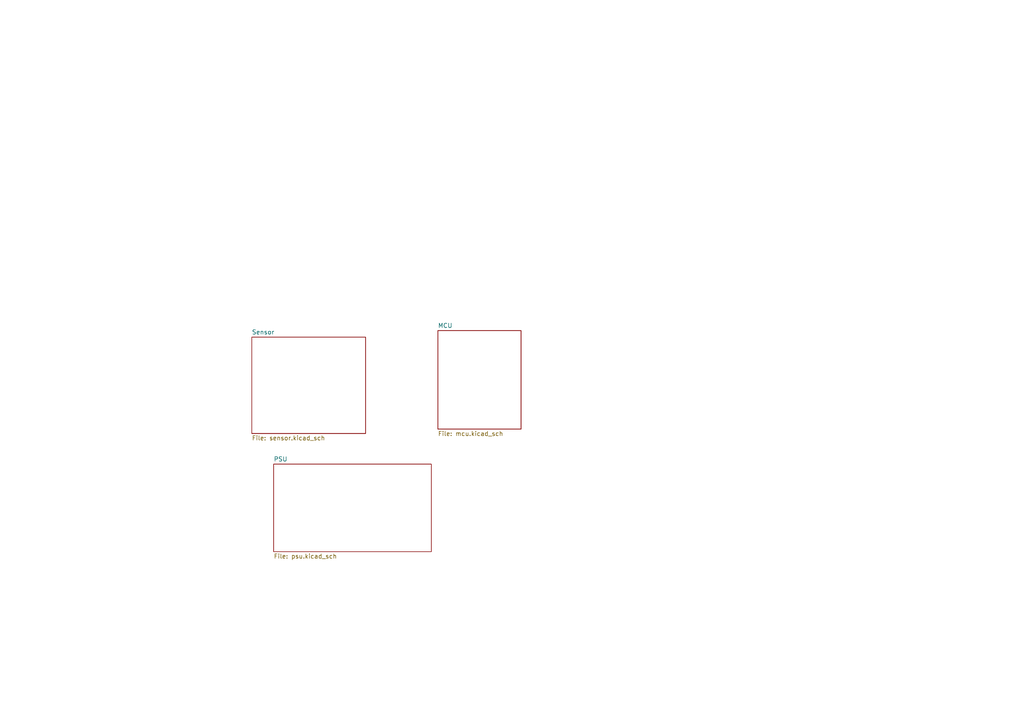
<source format=kicad_sch>
(kicad_sch (version 20230121) (generator eeschema)
  (paper "A4")
  (lib_symbols)
  (sheet (at 73.025 97.79) (size 33.02 27.94) (stroke (width 0.1524))
    (property "Sheetname" "Sensor" (at 73.025 97.0784 0) (effects (justify left bottom)))
    (property "Sheetfile" "sensor.kicad_sch" (at 73.025 126.3146 0) (effects (justify left top)))
  )
  (sheet (at 127 95.885) (size 24.13 28.575) (stroke (width 0.1524))
    (property "Sheetname" "MCU" (at 127 95.1734 0) (effects (justify left bottom)))
    (property "Sheetfile" "mcu.kicad_sch" (at 127 125.0446 0) (effects (justify left top)))
  )
  (sheet (at 79.375 134.62) (size 45.72 25.4) (stroke (width 0.1524))
    (property "Sheetname" "PSU" (at 79.375 133.9084 0) (effects (justify left bottom)))
    (property "Sheetfile" "psu.kicad_sch" (at 79.375 160.6046 0) (effects (justify left top)))
  )
)
</source>
